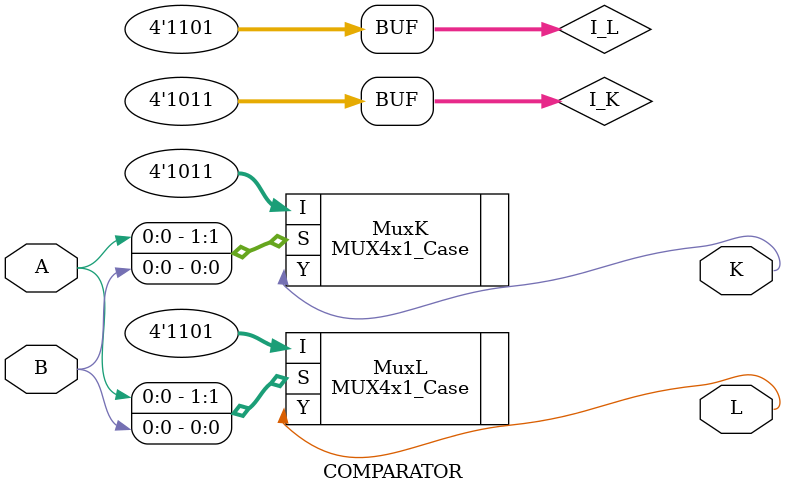
<source format=v>
/*  Circuitos Digitales 1
    I ciclo 2022  
Autor: Pablo Duran Segura */

//El presente programa describe un módulo COMPARATOR que compara las magnitudes de 2 bits por medio de dos multiplexores 

`include "MUX4x1_Case.v"    //se incluye el archivo del MUX4x1 para luego instanciarlo

module  COMPARATOR( input A,B,   //entradas, cada una de 1 bit
                 output K,L);  //salidas, cada una de 1 bit
    
reg [3:0] I_K = 4'b1011;//valores en las entradas del mux para K
reg [3:0] I_L = 4'b1101;//valores en las entradas del mux para L



//instancio el modulo MUX para definir las entradas, lineas de seleccion y salidas diseñadas con los mapas de Karnaugh y las tablas de verdad
MUX4x1_Case MuxK (.I(I_K), .S({A, B}), .Y(K)); //multiplexor que resuelve K
MUX4x1_Case MuxL (.I(I_L), .S({A, B}), .Y(L));  //multiplexor que resuelve L
  

endmodule   

</source>
